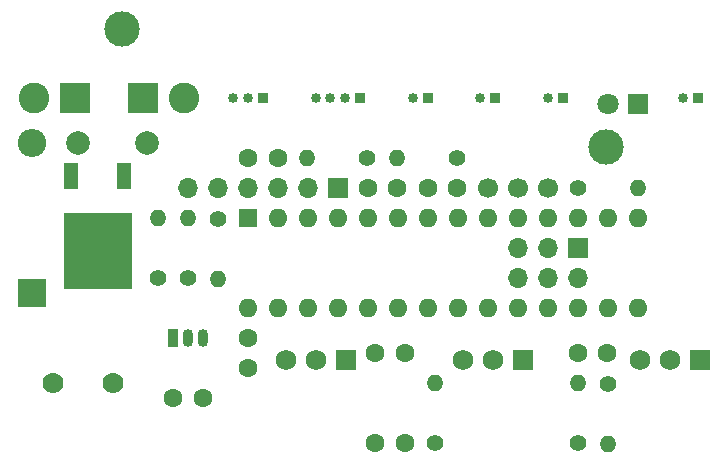
<source format=gbs>
G04 #@! TF.FileFunction,Soldermask,Bot*
%FSLAX46Y46*%
G04 Gerber Fmt 4.6, Leading zero omitted, Abs format (unit mm)*
G04 Created by KiCad (PCBNEW 4.0.6) date 06/26/19 16:14:45*
%MOMM*%
%LPD*%
G01*
G04 APERTURE LIST*
%ADD10C,0.100000*%
%ADD11C,3.000000*%
%ADD12C,1.750000*%
%ADD13R,1.750000X1.750000*%
%ADD14C,2.000000*%
%ADD15R,1.700000X1.700000*%
%ADD16O,1.700000X1.700000*%
%ADD17R,1.600000X1.600000*%
%ADD18O,1.600000X1.600000*%
%ADD19R,2.600000X2.600000*%
%ADD20C,2.600000*%
%ADD21C,1.700000*%
%ADD22R,2.400000X2.400000*%
%ADD23O,2.400000X2.400000*%
%ADD24C,1.778000*%
%ADD25C,1.400000*%
%ADD26O,1.400000X1.400000*%
%ADD27C,1.600000*%
%ADD28R,1.800000X1.800000*%
%ADD29C,1.800000*%
%ADD30O,0.900000X1.500000*%
%ADD31R,0.900000X1.500000*%
%ADD32R,1.200000X2.200000*%
%ADD33R,5.800000X6.400000*%
%ADD34R,0.850000X0.850000*%
%ADD35C,0.850000*%
G04 APERTURE END LIST*
D10*
D11*
X87998000Y-92365000D03*
D12*
X90918000Y-110365000D03*
X93458000Y-110365000D03*
D13*
X95998000Y-110365000D03*
D14*
X49128000Y-92075000D03*
X43328000Y-92075000D03*
D15*
X65278000Y-95885000D03*
D16*
X62738000Y-95885000D03*
X60198000Y-95885000D03*
X57658000Y-95885000D03*
X55118000Y-95885000D03*
X52578000Y-95885000D03*
D11*
X46998000Y-82365000D03*
D17*
X57658000Y-98425000D03*
D18*
X90678000Y-106045000D03*
X60198000Y-98425000D03*
X88138000Y-106045000D03*
X62738000Y-98425000D03*
X85598000Y-106045000D03*
X65278000Y-98425000D03*
X83058000Y-106045000D03*
X67818000Y-98425000D03*
X80518000Y-106045000D03*
X70358000Y-98425000D03*
X77978000Y-106045000D03*
X72898000Y-98425000D03*
X75438000Y-106045000D03*
X75438000Y-98425000D03*
X72898000Y-106045000D03*
X77978000Y-98425000D03*
X70358000Y-106045000D03*
X80518000Y-98425000D03*
X67818000Y-106045000D03*
X83058000Y-98425000D03*
X65278000Y-106045000D03*
X85598000Y-98425000D03*
X62738000Y-106045000D03*
X88138000Y-98425000D03*
X60198000Y-106045000D03*
X90678000Y-98425000D03*
X57658000Y-106045000D03*
D19*
X48768000Y-88265000D03*
D20*
X52268000Y-88265000D03*
D19*
X43053000Y-88265000D03*
D20*
X39553000Y-88265000D03*
D21*
X83058000Y-95885000D03*
X80558000Y-95885000D03*
X78058000Y-95885000D03*
D22*
X39370000Y-104775000D03*
D23*
X39370000Y-92075000D03*
D24*
X46228000Y-112395000D03*
X41148000Y-112395000D03*
D25*
X67778000Y-93345000D03*
D26*
X62698000Y-93345000D03*
D25*
X75398000Y-93345000D03*
D26*
X70318000Y-93345000D03*
D27*
X57658000Y-108585000D03*
X57658000Y-111085000D03*
X53848000Y-113665000D03*
X51348000Y-113665000D03*
X67818000Y-95885000D03*
X70318000Y-95885000D03*
D28*
X90678000Y-88773000D03*
D29*
X88138000Y-88773000D03*
D30*
X52578000Y-108585000D03*
X53848000Y-108585000D03*
D31*
X51308000Y-108585000D03*
D27*
X72898000Y-95885000D03*
X75398000Y-95885000D03*
X60198000Y-93345000D03*
X57698000Y-93345000D03*
D25*
X55118000Y-98465000D03*
D26*
X55118000Y-103545000D03*
D27*
X85598000Y-109855000D03*
X88098000Y-109855000D03*
D25*
X88138000Y-112435000D03*
D26*
X88138000Y-117515000D03*
D25*
X85598000Y-117435000D03*
D26*
X85598000Y-112355000D03*
D12*
X75918000Y-110365000D03*
X78458000Y-110365000D03*
D13*
X80998000Y-110365000D03*
D12*
X60918000Y-110365000D03*
X63458000Y-110365000D03*
D13*
X65998000Y-110365000D03*
D25*
X52578000Y-103465000D03*
D26*
X52578000Y-98385000D03*
D25*
X50038000Y-103465000D03*
D26*
X50038000Y-98385000D03*
D25*
X85638000Y-95885000D03*
D26*
X90718000Y-95885000D03*
D27*
X68453000Y-109855000D03*
X68453000Y-117475000D03*
X70993000Y-109855000D03*
X70993000Y-117475000D03*
D25*
X73533000Y-117435000D03*
D26*
X73533000Y-112355000D03*
D32*
X42678000Y-94860000D03*
X47238000Y-94860000D03*
D33*
X44958000Y-101160000D03*
D15*
X85598000Y-100965000D03*
D16*
X85598000Y-103505000D03*
X83058000Y-100965000D03*
X83058000Y-103505000D03*
X80518000Y-100965000D03*
X80518000Y-103505000D03*
D34*
X72898000Y-88265000D03*
D35*
X71648000Y-88265000D03*
D34*
X67183000Y-88265000D03*
D35*
X65933000Y-88265000D03*
X64683000Y-88265000D03*
X63433000Y-88265000D03*
D34*
X95758000Y-88265000D03*
D35*
X94508000Y-88265000D03*
D34*
X84328000Y-88265000D03*
D35*
X83078000Y-88265000D03*
D34*
X78613000Y-88265000D03*
D35*
X77363000Y-88265000D03*
D34*
X58928000Y-88265000D03*
D35*
X57678000Y-88265000D03*
X56428000Y-88265000D03*
M02*

</source>
